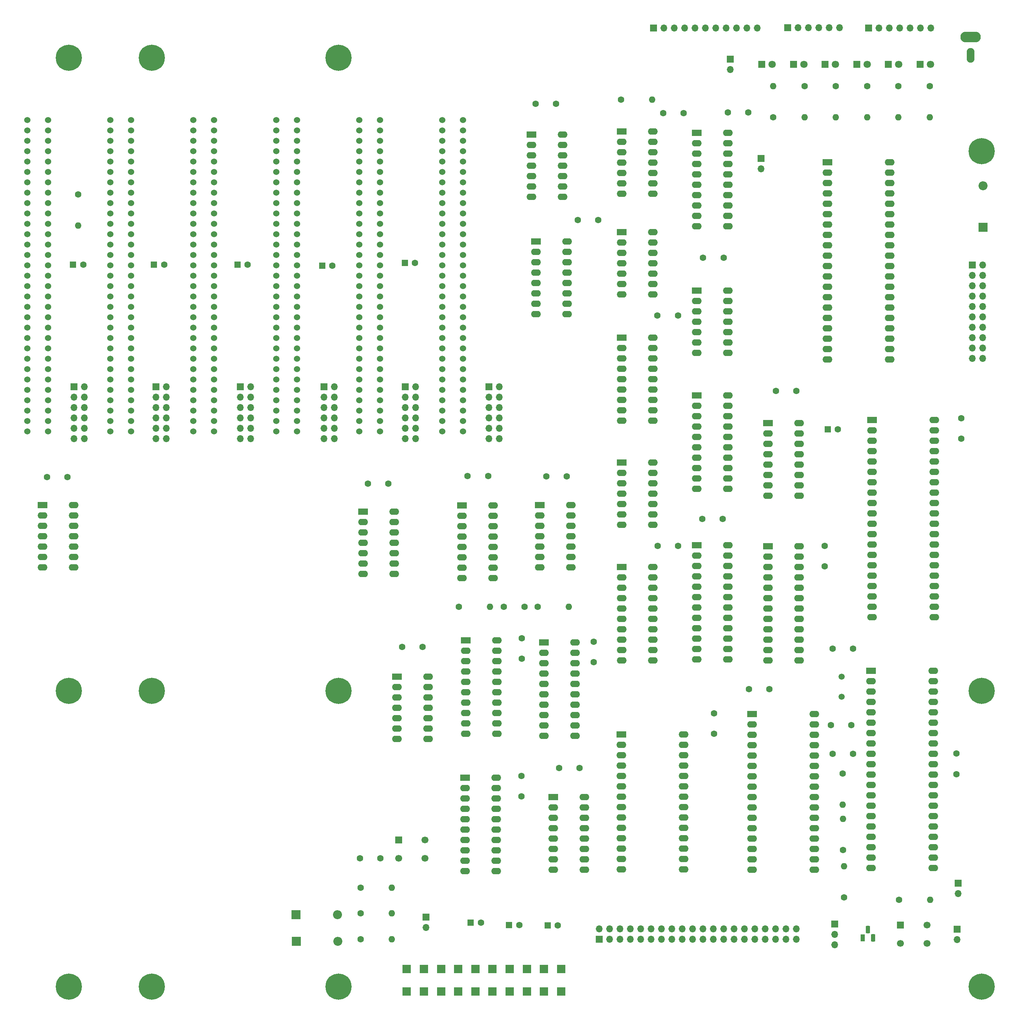
<source format=gbr>
%TF.GenerationSoftware,KiCad,Pcbnew,8.0.6*%
%TF.CreationDate,2025-05-26T10:20:57-05:00*%
%TF.ProjectId,CortexPC,436f7274-6578-4504-932e-6b696361645f,V0.5*%
%TF.SameCoordinates,Original*%
%TF.FileFunction,Soldermask,Top*%
%TF.FilePolarity,Negative*%
%FSLAX46Y46*%
G04 Gerber Fmt 4.6, Leading zero omitted, Abs format (unit mm)*
G04 Created by KiCad (PCBNEW 8.0.6) date 2025-05-26 10:20:57*
%MOMM*%
%LPD*%
G01*
G04 APERTURE LIST*
G04 Aperture macros list*
%AMRoundRect*
0 Rectangle with rounded corners*
0 $1 Rounding radius*
0 $2 $3 $4 $5 $6 $7 $8 $9 X,Y pos of 4 corners*
0 Add a 4 corners polygon primitive as box body*
4,1,4,$2,$3,$4,$5,$6,$7,$8,$9,$2,$3,0*
0 Add four circle primitives for the rounded corners*
1,1,$1+$1,$2,$3*
1,1,$1+$1,$4,$5*
1,1,$1+$1,$6,$7*
1,1,$1+$1,$8,$9*
0 Add four rect primitives between the rounded corners*
20,1,$1+$1,$2,$3,$4,$5,0*
20,1,$1+$1,$4,$5,$6,$7,0*
20,1,$1+$1,$6,$7,$8,$9,0*
20,1,$1+$1,$8,$9,$2,$3,0*%
G04 Aperture macros list end*
%ADD10C,3.600000*%
%ADD11C,6.400000*%
%ADD12C,1.600000*%
%ADD13O,1.600000X1.600000*%
%ADD14R,2.125980X2.125980*%
%ADD15R,2.400000X1.600000*%
%ADD16O,2.400000X1.600000*%
%ADD17R,1.600000X1.600000*%
%ADD18R,1.700000X1.700000*%
%ADD19O,1.700000X1.700000*%
%ADD20C,1.700000*%
%ADD21R,1.800000X1.800000*%
%ADD22C,1.800000*%
%ADD23C,1.524000*%
%ADD24O,5.004000X2.604000*%
%ADD25O,1.904000X3.604000*%
%ADD26R,2.200000X2.200000*%
%ADD27O,2.200000X2.200000*%
%ADD28R,1.100000X1.800000*%
%ADD29RoundRect,0.275000X-0.275000X-0.625000X0.275000X-0.625000X0.275000X0.625000X-0.275000X0.625000X0*%
%ADD30C,1.500000*%
G04 APERTURE END LIST*
D10*
%TO.C,P18*%
X112718400Y-30152000D03*
D11*
X112718400Y-30152000D03*
%TD*%
D12*
%TO.C,R1*%
X242173800Y-37118000D03*
D13*
X242173800Y-44738000D03*
%TD*%
D14*
%TO.C,P5*%
X129443500Y-253197380D03*
X129443500Y-258699020D03*
X133644660Y-253197380D03*
X133644660Y-258699020D03*
X137843280Y-253197380D03*
X137843280Y-258699020D03*
X142044440Y-253197380D03*
X142044440Y-258699020D03*
X146243060Y-253197380D03*
X146243060Y-258699020D03*
X150444220Y-253197380D03*
X150444220Y-258699020D03*
X154642840Y-253197380D03*
X154642840Y-258699020D03*
X158844000Y-253197380D03*
X158844000Y-258699020D03*
X163042620Y-253197380D03*
X163042620Y-258699020D03*
X167243780Y-253197380D03*
X167243780Y-258699020D03*
%TD*%
D12*
%TO.C,C11*%
X202010000Y-79146400D03*
X207010000Y-79146400D03*
%TD*%
D15*
%TO.C,U7*%
X142976600Y-139750800D03*
D16*
X142976600Y-142290800D03*
X142976600Y-144830800D03*
X142976600Y-147370800D03*
X142976600Y-149910800D03*
X142976600Y-152450800D03*
X142976600Y-154990800D03*
X142976600Y-157530800D03*
X150596600Y-157530800D03*
X150596600Y-154990800D03*
X150596600Y-152450800D03*
X150596600Y-149910800D03*
X150596600Y-147370800D03*
X150596600Y-144830800D03*
X150596600Y-142290800D03*
X150596600Y-139750800D03*
%TD*%
D12*
%TO.C,R7*%
X234508000Y-37118000D03*
D13*
X234508000Y-44738000D03*
%TD*%
D15*
%TO.C,U12*%
X182067200Y-72872600D03*
D16*
X182067200Y-75412600D03*
X182067200Y-77952600D03*
X182067200Y-80492600D03*
X182067200Y-83032600D03*
X182067200Y-85572600D03*
X182067200Y-88112600D03*
X189687200Y-88112600D03*
X189687200Y-85572600D03*
X189687200Y-83032600D03*
X189687200Y-80492600D03*
X189687200Y-77952600D03*
X189687200Y-75412600D03*
X189687200Y-72872600D03*
%TD*%
D17*
%TO.C,C26*%
X232526200Y-121132600D03*
D12*
X235026200Y-121132600D03*
%TD*%
D18*
%TO.C,J17*%
X149580600Y-110693200D03*
D19*
X152120600Y-110693200D03*
X149580600Y-113233200D03*
X152120600Y-113233200D03*
X149580600Y-115773200D03*
X152120600Y-115773200D03*
X149580600Y-118313200D03*
X152120600Y-118313200D03*
X149580600Y-120853200D03*
X152120600Y-120853200D03*
X149580600Y-123393200D03*
X152120600Y-123393200D03*
%TD*%
D12*
%TO.C,C2*%
X208080600Y-43561000D03*
X213080600Y-43561000D03*
%TD*%
%TO.C,C6*%
X190884800Y-149682200D03*
X195884800Y-149682200D03*
%TD*%
%TO.C,C5*%
X233734600Y-200507600D03*
X238734600Y-200507600D03*
%TD*%
D10*
%TO.C,P16*%
X112718400Y-185092000D03*
D11*
X112718400Y-185092000D03*
%TD*%
D12*
%TO.C,R16*%
X118160800Y-239547400D03*
D13*
X125780800Y-239547400D03*
%TD*%
D12*
%TO.C,R6*%
X249839500Y-37118000D03*
D13*
X249839500Y-44738000D03*
%TD*%
D18*
%TO.C,J11*%
X68040000Y-110693200D03*
D19*
X70580000Y-110693200D03*
X68040000Y-113233200D03*
X70580000Y-113233200D03*
X68040000Y-115773200D03*
X70580000Y-115773200D03*
X68040000Y-118313200D03*
X70580000Y-118313200D03*
X68040000Y-120853200D03*
X70580000Y-120853200D03*
X68040000Y-123393200D03*
X70580000Y-123393200D03*
%TD*%
D12*
%TO.C,C27*%
X163605200Y-132664200D03*
X168605200Y-132664200D03*
%TD*%
D15*
%TO.C,U1*%
X118719600Y-141274800D03*
D16*
X118719600Y-143814800D03*
X118719600Y-146354800D03*
X118719600Y-148894800D03*
X118719600Y-151434800D03*
X118719600Y-153974800D03*
X118719600Y-156514800D03*
X126339600Y-156514800D03*
X126339600Y-153974800D03*
X126339600Y-151434800D03*
X126339600Y-148894800D03*
X126339600Y-146354800D03*
X126339600Y-143814800D03*
X126339600Y-141274800D03*
%TD*%
D15*
%TO.C,U23*%
X243382800Y-118821200D03*
D16*
X243382800Y-121361200D03*
X243382800Y-123901200D03*
X243382800Y-126441200D03*
X243382800Y-128981200D03*
X243382800Y-131521200D03*
X243382800Y-134061200D03*
X243382800Y-136601200D03*
X243382800Y-139141200D03*
X243382800Y-141681200D03*
X243382800Y-144221200D03*
X243382800Y-146761200D03*
X243382800Y-149301200D03*
X243382800Y-151841200D03*
X243382800Y-154381200D03*
X243382800Y-156921200D03*
X243382800Y-159461200D03*
X243382800Y-162001200D03*
X243382800Y-164541200D03*
X243382800Y-167081200D03*
X258622800Y-167081200D03*
X258622800Y-164541200D03*
X258622800Y-162001200D03*
X258622800Y-159461200D03*
X258622800Y-156921200D03*
X258622800Y-154381200D03*
X258622800Y-151841200D03*
X258622800Y-149301200D03*
X258622800Y-146761200D03*
X258622800Y-144221200D03*
X258622800Y-141681200D03*
X258622800Y-139141200D03*
X258622800Y-136601200D03*
X258622800Y-134061200D03*
X258622800Y-131521200D03*
X258622800Y-128981200D03*
X258622800Y-126441200D03*
X258622800Y-123901200D03*
X258622800Y-121361200D03*
X258622800Y-118821200D03*
%TD*%
D15*
%TO.C,U22*%
X161036000Y-75107800D03*
D16*
X161036000Y-77647800D03*
X161036000Y-80187800D03*
X161036000Y-82727800D03*
X161036000Y-85267800D03*
X161036000Y-87807800D03*
X161036000Y-90347800D03*
X161036000Y-92887800D03*
X168656000Y-92887800D03*
X168656000Y-90347800D03*
X168656000Y-87807800D03*
X168656000Y-85267800D03*
X168656000Y-82727800D03*
X168656000Y-80187800D03*
X168656000Y-77647800D03*
X168656000Y-75107800D03*
%TD*%
D10*
%TO.C,P13*%
X46678400Y-257482000D03*
D11*
X46678400Y-257482000D03*
%TD*%
D12*
%TO.C,R5*%
X48996600Y-63652400D03*
D13*
X48996600Y-71272400D03*
%TD*%
D12*
%TO.C,C17*%
X166754800Y-204012800D03*
X171754800Y-204012800D03*
%TD*%
D18*
%TO.C,J7*%
X242544600Y-22860000D03*
D19*
X245084600Y-22860000D03*
X247624600Y-22860000D03*
X250164600Y-22860000D03*
X252704600Y-22860000D03*
X255244600Y-22860000D03*
X257784600Y-22860000D03*
%TD*%
D18*
%TO.C,P6*%
X134188200Y-240461800D03*
D19*
X134188200Y-243001800D03*
%TD*%
D12*
%TO.C,C33*%
X117978200Y-226134800D03*
X122978200Y-226134800D03*
%TD*%
D15*
%TO.C,U30*%
X217849800Y-149713200D03*
D16*
X217849800Y-152253200D03*
X217849800Y-154793200D03*
X217849800Y-157333200D03*
X217849800Y-159873200D03*
X217849800Y-162413200D03*
X217849800Y-164953200D03*
X217849800Y-167493200D03*
X217849800Y-170033200D03*
X217849800Y-172573200D03*
X217849800Y-175113200D03*
X217849800Y-177653200D03*
X225469800Y-177653200D03*
X225469800Y-175113200D03*
X225469800Y-172573200D03*
X225469800Y-170033200D03*
X225469800Y-167493200D03*
X225469800Y-164953200D03*
X225469800Y-162413200D03*
X225469800Y-159873200D03*
X225469800Y-157333200D03*
X225469800Y-154793200D03*
X225469800Y-152253200D03*
X225469800Y-149713200D03*
%TD*%
D18*
%TO.C,SW1*%
X250344800Y-242413400D03*
D20*
X256844800Y-242413400D03*
X250344800Y-246913400D03*
X256844800Y-246913400D03*
%TD*%
D12*
%TO.C,C25*%
X157581600Y-172237400D03*
X157581600Y-177237400D03*
%TD*%
%TO.C,C23*%
X175183800Y-173079400D03*
X175183800Y-178079400D03*
%TD*%
D15*
%TO.C,U15*%
X165277800Y-211099400D03*
D16*
X165277800Y-213639400D03*
X165277800Y-216179400D03*
X165277800Y-218719400D03*
X165277800Y-221259400D03*
X165277800Y-223799400D03*
X165277800Y-226339400D03*
X165277800Y-228879400D03*
X172897800Y-228879400D03*
X172897800Y-226339400D03*
X172897800Y-223799400D03*
X172897800Y-221259400D03*
X172897800Y-218719400D03*
X172897800Y-216179400D03*
X172897800Y-213639400D03*
X172897800Y-211099400D03*
%TD*%
D12*
%TO.C,C3*%
X192205600Y-43738800D03*
X197205600Y-43738800D03*
%TD*%
D10*
%TO.C,P2*%
X66998400Y-30152000D03*
D11*
X66998400Y-30152000D03*
%TD*%
D21*
%TO.C,D8*%
X247370600Y-31826200D03*
D22*
X249910600Y-31826200D03*
%TD*%
D12*
%TO.C,R8*%
X236270800Y-224053400D03*
D13*
X236270800Y-216433400D03*
%TD*%
D15*
%TO.C,U5*%
X182067200Y-48234600D03*
D16*
X182067200Y-50774600D03*
X182067200Y-53314600D03*
X182067200Y-55854600D03*
X182067200Y-58394600D03*
X182067200Y-60934600D03*
X182067200Y-63474600D03*
X189687200Y-63474600D03*
X189687200Y-60934600D03*
X189687200Y-58394600D03*
X189687200Y-55854600D03*
X189687200Y-53314600D03*
X189687200Y-50774600D03*
X189687200Y-48234600D03*
%TD*%
D12*
%TO.C,R17*%
X118160800Y-245948200D03*
D13*
X125780800Y-245948200D03*
%TD*%
D18*
%TO.C,J15*%
X109194600Y-110693200D03*
D19*
X111734600Y-110693200D03*
X109194600Y-113233200D03*
X111734600Y-113233200D03*
X109194600Y-115773200D03*
X111734600Y-115773200D03*
X109194600Y-118313200D03*
X111734600Y-118313200D03*
X109194600Y-120853200D03*
X111734600Y-120853200D03*
X109194600Y-123393200D03*
X111734600Y-123393200D03*
%TD*%
D15*
%TO.C,U13*%
X200431400Y-87198200D03*
D16*
X200431400Y-89738200D03*
X200431400Y-92278200D03*
X200431400Y-94818200D03*
X200431400Y-97358200D03*
X200431400Y-99898200D03*
X200431400Y-102438200D03*
X208051400Y-102438200D03*
X208051400Y-99898200D03*
X208051400Y-97358200D03*
X208051400Y-94818200D03*
X208051400Y-92278200D03*
X208051400Y-89738200D03*
X208051400Y-87198200D03*
%TD*%
D21*
%TO.C,D1*%
X239623600Y-31826200D03*
D22*
X242163600Y-31826200D03*
%TD*%
D15*
%TO.C,P1*%
X40284400Y-139623800D03*
D16*
X40284400Y-142163800D03*
X40284400Y-144703800D03*
X40284400Y-147243800D03*
X40284400Y-149783800D03*
X40284400Y-152323800D03*
X40284400Y-154863800D03*
X47904400Y-154863800D03*
X47904400Y-152323800D03*
X47904400Y-149783800D03*
X47904400Y-147243800D03*
X47904400Y-144703800D03*
X47904400Y-142163800D03*
X47904400Y-139623800D03*
%TD*%
D12*
%TO.C,C15*%
X264033000Y-205482200D03*
X264033000Y-200482200D03*
%TD*%
%TO.C,R12*%
X226842300Y-37118000D03*
D13*
X226842300Y-44738000D03*
%TD*%
D15*
%TO.C,U25*%
X143891000Y-172770800D03*
D16*
X143891000Y-175310800D03*
X143891000Y-177850800D03*
X143891000Y-180390800D03*
X143891000Y-182930800D03*
X143891000Y-185470800D03*
X143891000Y-188010800D03*
X143891000Y-190550800D03*
X143891000Y-193090800D03*
X143891000Y-195630800D03*
X151511000Y-195630800D03*
X151511000Y-193090800D03*
X151511000Y-190550800D03*
X151511000Y-188010800D03*
X151511000Y-185470800D03*
X151511000Y-182930800D03*
X151511000Y-180390800D03*
X151511000Y-177850800D03*
X151511000Y-175310800D03*
X151511000Y-172770800D03*
%TD*%
D17*
%TO.C,C28*%
X163950200Y-242512200D03*
D12*
X166450200Y-242512200D03*
%TD*%
D15*
%TO.C,U11*%
X200431400Y-149479000D03*
D16*
X200431400Y-152019000D03*
X200431400Y-154559000D03*
X200431400Y-157099000D03*
X200431400Y-159639000D03*
X200431400Y-162179000D03*
X200431400Y-164719000D03*
X200431400Y-167259000D03*
X200431400Y-169799000D03*
X200431400Y-172339000D03*
X200431400Y-174879000D03*
X200431400Y-177419000D03*
X208051400Y-177419000D03*
X208051400Y-174879000D03*
X208051400Y-172339000D03*
X208051400Y-169799000D03*
X208051400Y-167259000D03*
X208051400Y-164719000D03*
X208051400Y-162179000D03*
X208051400Y-159639000D03*
X208051400Y-157099000D03*
X208051400Y-154559000D03*
X208051400Y-152019000D03*
X208051400Y-149479000D03*
%TD*%
D21*
%TO.C,D6*%
X224129600Y-31826200D03*
D22*
X226669600Y-31826200D03*
%TD*%
D12*
%TO.C,R13*%
X249995400Y-236294800D03*
D13*
X257615400Y-236294800D03*
%TD*%
D18*
%TO.C,J4*%
X216154000Y-54787800D03*
D19*
X216154000Y-57327800D03*
%TD*%
D23*
%TO.C,J18*%
X138143800Y-45446000D03*
X138143800Y-47986000D03*
X138143800Y-50526000D03*
X138143800Y-53066000D03*
X138143800Y-55606000D03*
X138143800Y-58146000D03*
X138143800Y-60686000D03*
X138143800Y-63226000D03*
X138143800Y-65766000D03*
X138143800Y-68306000D03*
X138143800Y-70846000D03*
X138143800Y-73386000D03*
X138143800Y-75926000D03*
X138143800Y-78466000D03*
X138143800Y-81006000D03*
X138143800Y-83546000D03*
X138143800Y-86086000D03*
X138143800Y-88626000D03*
X138143800Y-91166000D03*
X138143800Y-93706000D03*
X138143800Y-96246000D03*
X138143800Y-98786000D03*
X138143800Y-101326000D03*
X138143800Y-103866000D03*
X138143800Y-106406000D03*
X138143800Y-108946000D03*
X138143800Y-111486000D03*
X138143800Y-114026000D03*
X138143800Y-116566000D03*
X138143800Y-119106000D03*
X138143800Y-121646000D03*
X143223800Y-45446000D03*
X143223800Y-47986000D03*
X143223800Y-50526000D03*
X143223800Y-53066000D03*
X143223800Y-55606000D03*
X143223800Y-58146000D03*
X143223800Y-60686000D03*
X143223800Y-63226000D03*
X143223800Y-65766000D03*
X143223800Y-68306000D03*
X143223800Y-70846000D03*
X143223800Y-73386000D03*
X143223800Y-75926000D03*
X143223800Y-78466000D03*
X143223800Y-81006000D03*
X143223800Y-83546000D03*
X143223800Y-86086000D03*
X143223800Y-88626000D03*
X143223800Y-91166000D03*
X143223800Y-93706000D03*
X143223800Y-96246000D03*
X143223800Y-98786000D03*
X143223800Y-101326000D03*
X143223800Y-103866000D03*
X143223800Y-106406000D03*
X143223800Y-108946000D03*
X143223800Y-111486000D03*
X143223800Y-114026000D03*
X143223800Y-116566000D03*
X143223800Y-119106000D03*
X143223800Y-121646000D03*
%TD*%
D12*
%TO.C,R4*%
X236194600Y-205384400D03*
D13*
X236194600Y-213004400D03*
%TD*%
D10*
%TO.C,P14*%
X46678400Y-185092000D03*
D11*
X46678400Y-185092000D03*
%TD*%
D17*
%TO.C,C31*%
X128945000Y-80416400D03*
D12*
X131445000Y-80416400D03*
%TD*%
D17*
%TO.C,C34*%
X145078000Y-241826400D03*
D12*
X147578000Y-241826400D03*
%TD*%
D24*
%TO.C,J9*%
X267512800Y-25116400D03*
D25*
X267512800Y-29616400D03*
%TD*%
D12*
%TO.C,R9*%
X161467800Y-164515800D03*
D13*
X169087800Y-164515800D03*
%TD*%
D15*
%TO.C,U17*%
X182067200Y-154787600D03*
D16*
X182067200Y-157327600D03*
X182067200Y-159867600D03*
X182067200Y-162407600D03*
X182067200Y-164947600D03*
X182067200Y-167487600D03*
X182067200Y-170027600D03*
X182067200Y-172567600D03*
X182067200Y-175107600D03*
X182067200Y-177647600D03*
X189687200Y-177647600D03*
X189687200Y-175107600D03*
X189687200Y-172567600D03*
X189687200Y-170027600D03*
X189687200Y-167487600D03*
X189687200Y-164947600D03*
X189687200Y-162407600D03*
X189687200Y-159867600D03*
X189687200Y-157327600D03*
X189687200Y-154787600D03*
%TD*%
D17*
%TO.C,C30*%
X154472000Y-242468400D03*
D12*
X156972000Y-242468400D03*
%TD*%
D10*
%TO.C,P15*%
X66998400Y-185092000D03*
D11*
X66998400Y-185092000D03*
%TD*%
D18*
%TO.C,JP5*%
X234213400Y-242189000D03*
D19*
X234213400Y-244729000D03*
X234213400Y-247269000D03*
%TD*%
D10*
%TO.C,P12*%
X66998400Y-257482000D03*
D11*
X66998400Y-257482000D03*
%TD*%
D10*
%TO.C,P9*%
X270198400Y-185092000D03*
D11*
X270198400Y-185092000D03*
%TD*%
D18*
%TO.C,J1*%
X267919200Y-80873600D03*
D19*
X270459200Y-80873600D03*
X267919200Y-83413600D03*
X270459200Y-83413600D03*
X267919200Y-85953600D03*
X270459200Y-85953600D03*
X267919200Y-88493600D03*
X270459200Y-88493600D03*
X267919200Y-91033600D03*
X270459200Y-91033600D03*
X267919200Y-93573600D03*
X270459200Y-93573600D03*
X267919200Y-96113600D03*
X270459200Y-96113600D03*
X267919200Y-98653600D03*
X270459200Y-98653600D03*
X267919200Y-101193600D03*
X270459200Y-101193600D03*
X267919200Y-103733600D03*
X270459200Y-103733600D03*
%TD*%
D12*
%TO.C,C4*%
X190834000Y-93268800D03*
X195834000Y-93268800D03*
%TD*%
D17*
%TO.C,C22*%
X88004200Y-80841200D03*
D12*
X90504200Y-80841200D03*
%TD*%
D15*
%TO.C,U9*%
X213995000Y-190804800D03*
D16*
X213995000Y-193344800D03*
X213995000Y-195884800D03*
X213995000Y-198424800D03*
X213995000Y-200964800D03*
X213995000Y-203504800D03*
X213995000Y-206044800D03*
X213995000Y-208584800D03*
X213995000Y-211124800D03*
X213995000Y-213664800D03*
X213995000Y-216204800D03*
X213995000Y-218744800D03*
X213995000Y-221284800D03*
X213995000Y-223824800D03*
X213995000Y-226364800D03*
X213995000Y-228904800D03*
X229235000Y-228904800D03*
X229235000Y-226364800D03*
X229235000Y-223824800D03*
X229235000Y-221284800D03*
X229235000Y-218744800D03*
X229235000Y-216204800D03*
X229235000Y-213664800D03*
X229235000Y-211124800D03*
X229235000Y-208584800D03*
X229235000Y-206044800D03*
X229235000Y-203504800D03*
X229235000Y-200964800D03*
X229235000Y-198424800D03*
X229235000Y-195884800D03*
X229235000Y-193344800D03*
X229235000Y-190804800D03*
%TD*%
D18*
%TO.C,J6*%
X208661000Y-30556200D03*
D19*
X208661000Y-33096200D03*
%TD*%
D12*
%TO.C,C1*%
X119891800Y-134391400D03*
X124891800Y-134391400D03*
%TD*%
D15*
%TO.C,U4*%
X162026600Y-139674600D03*
D16*
X162026600Y-142214600D03*
X162026600Y-144754600D03*
X162026600Y-147294600D03*
X162026600Y-149834600D03*
X162026600Y-152374600D03*
X162026600Y-154914600D03*
X169646600Y-154914600D03*
X169646600Y-152374600D03*
X169646600Y-149834600D03*
X169646600Y-147294600D03*
X169646600Y-144754600D03*
X169646600Y-142214600D03*
X169646600Y-139674600D03*
%TD*%
D12*
%TO.C,C19*%
X204698600Y-195652400D03*
X204698600Y-190652400D03*
%TD*%
D18*
%TO.C,J5*%
X222681800Y-22834600D03*
D19*
X225221800Y-22834600D03*
X227761800Y-22834600D03*
X230301800Y-22834600D03*
X232841800Y-22834600D03*
X235381800Y-22834600D03*
%TD*%
D15*
%TO.C,U29*%
X162991800Y-173278800D03*
D16*
X162991800Y-175818800D03*
X162991800Y-178358800D03*
X162991800Y-180898800D03*
X162991800Y-183438800D03*
X162991800Y-185978800D03*
X162991800Y-188518800D03*
X162991800Y-191058800D03*
X162991800Y-193598800D03*
X162991800Y-196138800D03*
X170611800Y-196138800D03*
X170611800Y-193598800D03*
X170611800Y-191058800D03*
X170611800Y-188518800D03*
X170611800Y-185978800D03*
X170611800Y-183438800D03*
X170611800Y-180898800D03*
X170611800Y-178358800D03*
X170611800Y-175818800D03*
X170611800Y-173278800D03*
%TD*%
D10*
%TO.C,P10*%
X270198400Y-257482000D03*
D11*
X270198400Y-257482000D03*
%TD*%
D12*
%TO.C,R2*%
X181864000Y-40411400D03*
D13*
X189484000Y-40411400D03*
%TD*%
D12*
%TO.C,C14*%
X265226800Y-118393200D03*
X265226800Y-123393200D03*
%TD*%
D18*
%TO.C,SW2*%
X127434200Y-221636200D03*
D20*
X133934200Y-221636200D03*
X127434200Y-226136200D03*
X133934200Y-226136200D03*
%TD*%
D26*
%TO.C,D10*%
X102412800Y-246405400D03*
D27*
X112572800Y-246405400D03*
%TD*%
D12*
%TO.C,R3*%
X219176600Y-44738000D03*
D13*
X219176600Y-37118000D03*
%TD*%
D15*
%TO.C,U3*%
X243078000Y-180187600D03*
D16*
X243078000Y-182727600D03*
X243078000Y-185267600D03*
X243078000Y-187807600D03*
X243078000Y-190347600D03*
X243078000Y-192887600D03*
X243078000Y-195427600D03*
X243078000Y-197967600D03*
X243078000Y-200507600D03*
X243078000Y-203047600D03*
X243078000Y-205587600D03*
X243078000Y-208127600D03*
X243078000Y-210667600D03*
X243078000Y-213207600D03*
X243078000Y-215747600D03*
X243078000Y-218287600D03*
X243078000Y-220827600D03*
X243078000Y-223367600D03*
X243078000Y-225907600D03*
X243078000Y-228447600D03*
X258318000Y-228447600D03*
X258318000Y-225907600D03*
X258318000Y-223367600D03*
X258318000Y-220827600D03*
X258318000Y-218287600D03*
X258318000Y-215747600D03*
X258318000Y-213207600D03*
X258318000Y-210667600D03*
X258318000Y-208127600D03*
X258318000Y-205587600D03*
X258318000Y-203047600D03*
X258318000Y-200507600D03*
X258318000Y-197967600D03*
X258318000Y-195427600D03*
X258318000Y-192887600D03*
X258318000Y-190347600D03*
X258318000Y-187807600D03*
X258318000Y-185267600D03*
X258318000Y-182727600D03*
X258318000Y-180187600D03*
%TD*%
D12*
%TO.C,C21*%
X157556200Y-205921600D03*
X157556200Y-210921600D03*
%TD*%
D23*
%TO.C,J14*%
X77183800Y-45446000D03*
X77183800Y-47986000D03*
X77183800Y-50526000D03*
X77183800Y-53066000D03*
X77183800Y-55606000D03*
X77183800Y-58146000D03*
X77183800Y-60686000D03*
X77183800Y-63226000D03*
X77183800Y-65766000D03*
X77183800Y-68306000D03*
X77183800Y-70846000D03*
X77183800Y-73386000D03*
X77183800Y-75926000D03*
X77183800Y-78466000D03*
X77183800Y-81006000D03*
X77183800Y-83546000D03*
X77183800Y-86086000D03*
X77183800Y-88626000D03*
X77183800Y-91166000D03*
X77183800Y-93706000D03*
X77183800Y-96246000D03*
X77183800Y-98786000D03*
X77183800Y-101326000D03*
X77183800Y-103866000D03*
X77183800Y-106406000D03*
X77183800Y-108946000D03*
X77183800Y-111486000D03*
X77183800Y-114026000D03*
X77183800Y-116566000D03*
X77183800Y-119106000D03*
X77183800Y-121646000D03*
X82263800Y-45446000D03*
X82263800Y-47986000D03*
X82263800Y-50526000D03*
X82263800Y-53066000D03*
X82263800Y-55606000D03*
X82263800Y-58146000D03*
X82263800Y-60686000D03*
X82263800Y-63226000D03*
X82263800Y-65766000D03*
X82263800Y-68306000D03*
X82263800Y-70846000D03*
X82263800Y-73386000D03*
X82263800Y-75926000D03*
X82263800Y-78466000D03*
X82263800Y-81006000D03*
X82263800Y-83546000D03*
X82263800Y-86086000D03*
X82263800Y-88626000D03*
X82263800Y-91166000D03*
X82263800Y-93706000D03*
X82263800Y-96246000D03*
X82263800Y-98786000D03*
X82263800Y-101326000D03*
X82263800Y-103866000D03*
X82263800Y-106406000D03*
X82263800Y-108946000D03*
X82263800Y-111486000D03*
X82263800Y-114026000D03*
X82263800Y-116566000D03*
X82263800Y-119106000D03*
X82263800Y-121646000D03*
%TD*%
D28*
%TO.C,U8*%
X241096800Y-245586200D03*
D29*
X242366800Y-243516200D03*
X243636800Y-245586200D03*
%TD*%
D12*
%TO.C,R14*%
X236548800Y-235678000D03*
D13*
X236548800Y-228058000D03*
%TD*%
D21*
%TO.C,D3*%
X231876600Y-31826200D03*
D22*
X234416600Y-31826200D03*
%TD*%
D17*
%TO.C,C20*%
X67527800Y-80848200D03*
D12*
X70027800Y-80848200D03*
%TD*%
D18*
%TO.C,J8*%
X129108200Y-110693200D03*
D19*
X131648200Y-110693200D03*
X129108200Y-113233200D03*
X131648200Y-113233200D03*
X129108200Y-115773200D03*
X131648200Y-115773200D03*
X129108200Y-118313200D03*
X131648200Y-118313200D03*
X129108200Y-120853200D03*
X131648200Y-120853200D03*
X129108200Y-123393200D03*
X131648200Y-123393200D03*
%TD*%
D12*
%TO.C,C32*%
X41355000Y-132816600D03*
X46355000Y-132816600D03*
%TD*%
D15*
%TO.C,U6*%
X217849800Y-119563400D03*
D16*
X217849800Y-122103400D03*
X217849800Y-124643400D03*
X217849800Y-127183400D03*
X217849800Y-129723400D03*
X217849800Y-132263400D03*
X217849800Y-134803400D03*
X217849800Y-137343400D03*
X225469800Y-137343400D03*
X225469800Y-134803400D03*
X225469800Y-132263400D03*
X225469800Y-129723400D03*
X225469800Y-127183400D03*
X225469800Y-124643400D03*
X225469800Y-122103400D03*
X225469800Y-119563400D03*
%TD*%
D10*
%TO.C,P17*%
X270198400Y-53012000D03*
D11*
X270198400Y-53012000D03*
%TD*%
D12*
%TO.C,C9*%
X231800400Y-149660600D03*
X231800400Y-154660600D03*
%TD*%
D18*
%TO.C,JP4*%
X264490200Y-232151000D03*
D19*
X264490200Y-234691000D03*
%TD*%
D26*
%TO.C,D11*%
X102285800Y-239877600D03*
D27*
X112445800Y-239877600D03*
%TD*%
D15*
%TO.C,U18*%
X181991000Y-195757800D03*
D16*
X181991000Y-198297800D03*
X181991000Y-200837800D03*
X181991000Y-203377800D03*
X181991000Y-205917800D03*
X181991000Y-208457800D03*
X181991000Y-210997800D03*
X181991000Y-213537800D03*
X181991000Y-216077800D03*
X181991000Y-218617800D03*
X181991000Y-221157800D03*
X181991000Y-223697800D03*
X181991000Y-226237800D03*
X181991000Y-228777800D03*
X197231000Y-228777800D03*
X197231000Y-226237800D03*
X197231000Y-223697800D03*
X197231000Y-221157800D03*
X197231000Y-218617800D03*
X197231000Y-216077800D03*
X197231000Y-213537800D03*
X197231000Y-210997800D03*
X197231000Y-208457800D03*
X197231000Y-205917800D03*
X197231000Y-203377800D03*
X197231000Y-200837800D03*
X197231000Y-198297800D03*
X197231000Y-195757800D03*
%TD*%
D15*
%TO.C,U28*%
X200431400Y-112852200D03*
D16*
X200431400Y-115392200D03*
X200431400Y-117932200D03*
X200431400Y-120472200D03*
X200431400Y-123012200D03*
X200431400Y-125552200D03*
X200431400Y-128092200D03*
X200431400Y-130632200D03*
X200431400Y-133172200D03*
X200431400Y-135712200D03*
X208051400Y-135712200D03*
X208051400Y-133172200D03*
X208051400Y-130632200D03*
X208051400Y-128092200D03*
X208051400Y-125552200D03*
X208051400Y-123012200D03*
X208051400Y-120472200D03*
X208051400Y-117932200D03*
X208051400Y-115392200D03*
X208051400Y-112852200D03*
%TD*%
D18*
%TO.C,JP1*%
X264160000Y-243428600D03*
D19*
X264160000Y-245968600D03*
%TD*%
D15*
%TO.C,U26*%
X127025400Y-181610000D03*
D16*
X127025400Y-184150000D03*
X127025400Y-186690000D03*
X127025400Y-189230000D03*
X127025400Y-191770000D03*
X127025400Y-194310000D03*
X127025400Y-196850000D03*
X134645400Y-196850000D03*
X134645400Y-194310000D03*
X134645400Y-191770000D03*
X134645400Y-189230000D03*
X134645400Y-186690000D03*
X134645400Y-184150000D03*
X134645400Y-181610000D03*
%TD*%
D12*
%TO.C,C7*%
X224862400Y-111709200D03*
X219862400Y-111709200D03*
%TD*%
%TO.C,C40*%
X233709200Y-174802800D03*
X238709200Y-174802800D03*
%TD*%
D10*
%TO.C,P7*%
X46678400Y-30152000D03*
D11*
X46678400Y-30152000D03*
%TD*%
D23*
%TO.C,J3*%
X36543800Y-45446000D03*
X36543800Y-47986000D03*
X36543800Y-50526000D03*
X36543800Y-53066000D03*
X36543800Y-55606000D03*
X36543800Y-58146000D03*
X36543800Y-60686000D03*
X36543800Y-63226000D03*
X36543800Y-65766000D03*
X36543800Y-68306000D03*
X36543800Y-70846000D03*
X36543800Y-73386000D03*
X36543800Y-75926000D03*
X36543800Y-78466000D03*
X36543800Y-81006000D03*
X36543800Y-83546000D03*
X36543800Y-86086000D03*
X36543800Y-88626000D03*
X36543800Y-91166000D03*
X36543800Y-93706000D03*
X36543800Y-96246000D03*
X36543800Y-98786000D03*
X36543800Y-101326000D03*
X36543800Y-103866000D03*
X36543800Y-106406000D03*
X36543800Y-108946000D03*
X36543800Y-111486000D03*
X36543800Y-114026000D03*
X36543800Y-116566000D03*
X36543800Y-119106000D03*
X36543800Y-121646000D03*
X41623800Y-45446000D03*
X41623800Y-47986000D03*
X41623800Y-50526000D03*
X41623800Y-53066000D03*
X41623800Y-55606000D03*
X41623800Y-58146000D03*
X41623800Y-60686000D03*
X41623800Y-63226000D03*
X41623800Y-65766000D03*
X41623800Y-68306000D03*
X41623800Y-70846000D03*
X41623800Y-73386000D03*
X41623800Y-75926000D03*
X41623800Y-78466000D03*
X41623800Y-81006000D03*
X41623800Y-83546000D03*
X41623800Y-86086000D03*
X41623800Y-88626000D03*
X41623800Y-91166000D03*
X41623800Y-93706000D03*
X41623800Y-96246000D03*
X41623800Y-98786000D03*
X41623800Y-101326000D03*
X41623800Y-103866000D03*
X41623800Y-106406000D03*
X41623800Y-108946000D03*
X41623800Y-111486000D03*
X41623800Y-114026000D03*
X41623800Y-116566000D03*
X41623800Y-119106000D03*
X41623800Y-121646000D03*
%TD*%
%TO.C,J10*%
X117823800Y-45446000D03*
X117823800Y-47986000D03*
X117823800Y-50526000D03*
X117823800Y-53066000D03*
X117823800Y-55606000D03*
X117823800Y-58146000D03*
X117823800Y-60686000D03*
X117823800Y-63226000D03*
X117823800Y-65766000D03*
X117823800Y-68306000D03*
X117823800Y-70846000D03*
X117823800Y-73386000D03*
X117823800Y-75926000D03*
X117823800Y-78466000D03*
X117823800Y-81006000D03*
X117823800Y-83546000D03*
X117823800Y-86086000D03*
X117823800Y-88626000D03*
X117823800Y-91166000D03*
X117823800Y-93706000D03*
X117823800Y-96246000D03*
X117823800Y-98786000D03*
X117823800Y-101326000D03*
X117823800Y-103866000D03*
X117823800Y-106406000D03*
X117823800Y-108946000D03*
X117823800Y-111486000D03*
X117823800Y-114026000D03*
X117823800Y-116566000D03*
X117823800Y-119106000D03*
X117823800Y-121646000D03*
X122903800Y-45446000D03*
X122903800Y-47986000D03*
X122903800Y-50526000D03*
X122903800Y-53066000D03*
X122903800Y-55606000D03*
X122903800Y-58146000D03*
X122903800Y-60686000D03*
X122903800Y-63226000D03*
X122903800Y-65766000D03*
X122903800Y-68306000D03*
X122903800Y-70846000D03*
X122903800Y-73386000D03*
X122903800Y-75926000D03*
X122903800Y-78466000D03*
X122903800Y-81006000D03*
X122903800Y-83546000D03*
X122903800Y-86086000D03*
X122903800Y-88626000D03*
X122903800Y-91166000D03*
X122903800Y-93706000D03*
X122903800Y-96246000D03*
X122903800Y-98786000D03*
X122903800Y-101326000D03*
X122903800Y-103866000D03*
X122903800Y-106406000D03*
X122903800Y-108946000D03*
X122903800Y-111486000D03*
X122903800Y-114026000D03*
X122903800Y-116566000D03*
X122903800Y-119106000D03*
X122903800Y-121646000D03*
%TD*%
D21*
%TO.C,D9*%
X255117600Y-31826200D03*
D22*
X257657600Y-31826200D03*
%TD*%
D12*
%TO.C,C41*%
X233277400Y-193471800D03*
X238277400Y-193471800D03*
%TD*%
%TO.C,R11*%
X257505200Y-37118000D03*
D13*
X257505200Y-44738000D03*
%TD*%
D12*
%TO.C,C35*%
X153242000Y-164515800D03*
X158242000Y-164515800D03*
%TD*%
%TO.C,C13*%
X161014400Y-41427400D03*
X166014400Y-41427400D03*
%TD*%
%TO.C,R10*%
X142214600Y-164515800D03*
D13*
X149834600Y-164515800D03*
%TD*%
D12*
%TO.C,C29*%
X128299200Y-174371000D03*
X133299200Y-174371000D03*
%TD*%
D18*
%TO.C,J13*%
X88696800Y-110693200D03*
D19*
X91236800Y-110693200D03*
X88696800Y-113233200D03*
X91236800Y-113233200D03*
X88696800Y-115773200D03*
X91236800Y-115773200D03*
X88696800Y-118313200D03*
X91236800Y-118313200D03*
X88696800Y-120853200D03*
X91236800Y-120853200D03*
X88696800Y-123393200D03*
X91236800Y-123393200D03*
%TD*%
D15*
%TO.C,U21*%
X182067200Y-98679000D03*
D16*
X182067200Y-101219000D03*
X182067200Y-103759000D03*
X182067200Y-106299000D03*
X182067200Y-108839000D03*
X182067200Y-111379000D03*
X182067200Y-113919000D03*
X182067200Y-116459000D03*
X182067200Y-118999000D03*
X189687200Y-118999000D03*
X189687200Y-116459000D03*
X189687200Y-113919000D03*
X189687200Y-111379000D03*
X189687200Y-108839000D03*
X189687200Y-106299000D03*
X189687200Y-103759000D03*
X189687200Y-101219000D03*
X189687200Y-98679000D03*
%TD*%
D15*
%TO.C,U31*%
X143687800Y-206349600D03*
D16*
X143687800Y-208889600D03*
X143687800Y-211429600D03*
X143687800Y-213969600D03*
X143687800Y-216509600D03*
X143687800Y-219049600D03*
X143687800Y-221589600D03*
X143687800Y-224129600D03*
X143687800Y-226669600D03*
X143687800Y-229209600D03*
X151307800Y-229209600D03*
X151307800Y-226669600D03*
X151307800Y-224129600D03*
X151307800Y-221589600D03*
X151307800Y-219049600D03*
X151307800Y-216509600D03*
X151307800Y-213969600D03*
X151307800Y-211429600D03*
X151307800Y-208889600D03*
X151307800Y-206349600D03*
%TD*%
D15*
%TO.C,U10*%
X232435400Y-55753000D03*
D16*
X232435400Y-58293000D03*
X232435400Y-60833000D03*
X232435400Y-63373000D03*
X232435400Y-65913000D03*
X232435400Y-68453000D03*
X232435400Y-70993000D03*
X232435400Y-73533000D03*
X232435400Y-76073000D03*
X232435400Y-78613000D03*
X232435400Y-81153000D03*
X232435400Y-83693000D03*
X232435400Y-86233000D03*
X232435400Y-88773000D03*
X232435400Y-91313000D03*
X232435400Y-93853000D03*
X232435400Y-96393000D03*
X232435400Y-98933000D03*
X232435400Y-101473000D03*
X232435400Y-104013000D03*
X247675400Y-104013000D03*
X247675400Y-101473000D03*
X247675400Y-98933000D03*
X247675400Y-96393000D03*
X247675400Y-93853000D03*
X247675400Y-91313000D03*
X247675400Y-88773000D03*
X247675400Y-86233000D03*
X247675400Y-83693000D03*
X247675400Y-81153000D03*
X247675400Y-78613000D03*
X247675400Y-76073000D03*
X247675400Y-73533000D03*
X247675400Y-70993000D03*
X247675400Y-68453000D03*
X247675400Y-65913000D03*
X247675400Y-63373000D03*
X247675400Y-60833000D03*
X247675400Y-58293000D03*
X247675400Y-55753000D03*
%TD*%
D12*
%TO.C,C8*%
X144352000Y-132511800D03*
X149352000Y-132511800D03*
%TD*%
D17*
%TO.C,C18*%
X47745200Y-80841200D03*
D12*
X50245200Y-80841200D03*
%TD*%
D15*
%TO.C,U2*%
X159969200Y-48971200D03*
D16*
X159969200Y-51511200D03*
X159969200Y-54051200D03*
X159969200Y-56591200D03*
X159969200Y-59131200D03*
X159969200Y-61671200D03*
X159969200Y-64211200D03*
X167589200Y-64211200D03*
X167589200Y-61671200D03*
X167589200Y-59131200D03*
X167589200Y-56591200D03*
X167589200Y-54051200D03*
X167589200Y-51511200D03*
X167589200Y-48971200D03*
%TD*%
D18*
%TO.C,J2*%
X47980600Y-110693200D03*
D19*
X50520600Y-110693200D03*
X47980600Y-113233200D03*
X50520600Y-113233200D03*
X47980600Y-115773200D03*
X50520600Y-115773200D03*
X47980600Y-118313200D03*
X50520600Y-118313200D03*
X47980600Y-120853200D03*
X50520600Y-120853200D03*
X47980600Y-123393200D03*
X50520600Y-123393200D03*
%TD*%
D12*
%TO.C,C16*%
X213211400Y-184734200D03*
X218211400Y-184734200D03*
%TD*%
%TO.C,C12*%
X171301400Y-69926200D03*
X176301400Y-69926200D03*
%TD*%
D23*
%TO.C,J16*%
X97503800Y-45446000D03*
X97503800Y-47986000D03*
X97503800Y-50526000D03*
X97503800Y-53066000D03*
X97503800Y-55606000D03*
X97503800Y-58146000D03*
X97503800Y-60686000D03*
X97503800Y-63226000D03*
X97503800Y-65766000D03*
X97503800Y-68306000D03*
X97503800Y-70846000D03*
X97503800Y-73386000D03*
X97503800Y-75926000D03*
X97503800Y-78466000D03*
X97503800Y-81006000D03*
X97503800Y-83546000D03*
X97503800Y-86086000D03*
X97503800Y-88626000D03*
X97503800Y-91166000D03*
X97503800Y-93706000D03*
X97503800Y-96246000D03*
X97503800Y-98786000D03*
X97503800Y-101326000D03*
X97503800Y-103866000D03*
X97503800Y-106406000D03*
X97503800Y-108946000D03*
X97503800Y-111486000D03*
X97503800Y-114026000D03*
X97503800Y-116566000D03*
X97503800Y-119106000D03*
X97503800Y-121646000D03*
X102583800Y-45446000D03*
X102583800Y-47986000D03*
X102583800Y-50526000D03*
X102583800Y-53066000D03*
X102583800Y-55606000D03*
X102583800Y-58146000D03*
X102583800Y-60686000D03*
X102583800Y-63226000D03*
X102583800Y-65766000D03*
X102583800Y-68306000D03*
X102583800Y-70846000D03*
X102583800Y-73386000D03*
X102583800Y-75926000D03*
X102583800Y-78466000D03*
X102583800Y-81006000D03*
X102583800Y-83546000D03*
X102583800Y-86086000D03*
X102583800Y-88626000D03*
X102583800Y-91166000D03*
X102583800Y-93706000D03*
X102583800Y-96246000D03*
X102583800Y-98786000D03*
X102583800Y-101326000D03*
X102583800Y-103866000D03*
X102583800Y-106406000D03*
X102583800Y-108946000D03*
X102583800Y-111486000D03*
X102583800Y-114026000D03*
X102583800Y-116566000D03*
X102583800Y-119106000D03*
X102583800Y-121646000D03*
%TD*%
D12*
%TO.C,C10*%
X201806800Y-143002000D03*
X206806800Y-143002000D03*
%TD*%
D15*
%TO.C,U14*%
X200431400Y-48539400D03*
D16*
X200431400Y-51079400D03*
X200431400Y-53619400D03*
X200431400Y-56159400D03*
X200431400Y-58699400D03*
X200431400Y-61239400D03*
X200431400Y-63779400D03*
X200431400Y-66319400D03*
X200431400Y-68859400D03*
X200431400Y-71399400D03*
X208051400Y-71399400D03*
X208051400Y-68859400D03*
X208051400Y-66319400D03*
X208051400Y-63779400D03*
X208051400Y-61239400D03*
X208051400Y-58699400D03*
X208051400Y-56159400D03*
X208051400Y-53619400D03*
X208051400Y-51079400D03*
X208051400Y-48539400D03*
%TD*%
D30*
%TO.C,Y1*%
X235889800Y-186540800D03*
X235889800Y-181660800D03*
%TD*%
D15*
%TO.C,U27*%
X182067200Y-129235200D03*
D16*
X182067200Y-131775200D03*
X182067200Y-134315200D03*
X182067200Y-136855200D03*
X182067200Y-139395200D03*
X182067200Y-141935200D03*
X182067200Y-144475200D03*
X189687200Y-144475200D03*
X189687200Y-141935200D03*
X189687200Y-139395200D03*
X189687200Y-136855200D03*
X189687200Y-134315200D03*
X189687200Y-131775200D03*
X189687200Y-129235200D03*
%TD*%
D18*
%TO.C,P4*%
X176580800Y-245948200D03*
D19*
X176580800Y-243408200D03*
X179120800Y-245948200D03*
X179120800Y-243408200D03*
X181660800Y-245948200D03*
X181660800Y-243408200D03*
X184200800Y-245948200D03*
X184200800Y-243408200D03*
X186740800Y-245948200D03*
X186740800Y-243408200D03*
X189280800Y-245948200D03*
X189280800Y-243408200D03*
X191820800Y-245948200D03*
X191820800Y-243408200D03*
X194360800Y-245948200D03*
X194360800Y-243408200D03*
X196900800Y-245948200D03*
X196900800Y-243408200D03*
X199440800Y-245948200D03*
X199440800Y-243408200D03*
X201980800Y-245948200D03*
X201980800Y-243408200D03*
X204520800Y-245948200D03*
X204520800Y-243408200D03*
X207060800Y-245948200D03*
X207060800Y-243408200D03*
X209600800Y-245948200D03*
X209600800Y-243408200D03*
X212140800Y-245948200D03*
X212140800Y-243408200D03*
X214680800Y-245948200D03*
X214680800Y-243408200D03*
X217220800Y-245948200D03*
X217220800Y-243408200D03*
X219760800Y-245948200D03*
X219760800Y-243408200D03*
X222300800Y-245948200D03*
X222300800Y-243408200D03*
X224840800Y-245948200D03*
X224840800Y-243408200D03*
%TD*%
D21*
%TO.C,D2*%
X216382600Y-31826200D03*
D22*
X218922600Y-31826200D03*
%TD*%
D12*
%TO.C,R18*%
X118160800Y-233324400D03*
D13*
X125780800Y-233324400D03*
%TD*%
D17*
%TO.C,C24*%
X108726600Y-81076800D03*
D12*
X111226600Y-81076800D03*
%TD*%
D23*
%TO.C,J12*%
X56863800Y-45446000D03*
X56863800Y-47986000D03*
X56863800Y-50526000D03*
X56863800Y-53066000D03*
X56863800Y-55606000D03*
X56863800Y-58146000D03*
X56863800Y-60686000D03*
X56863800Y-63226000D03*
X56863800Y-65766000D03*
X56863800Y-68306000D03*
X56863800Y-70846000D03*
X56863800Y-73386000D03*
X56863800Y-75926000D03*
X56863800Y-78466000D03*
X56863800Y-81006000D03*
X56863800Y-83546000D03*
X56863800Y-86086000D03*
X56863800Y-88626000D03*
X56863800Y-91166000D03*
X56863800Y-93706000D03*
X56863800Y-96246000D03*
X56863800Y-98786000D03*
X56863800Y-101326000D03*
X56863800Y-103866000D03*
X56863800Y-106406000D03*
X56863800Y-108946000D03*
X56863800Y-111486000D03*
X56863800Y-114026000D03*
X56863800Y-116566000D03*
X56863800Y-119106000D03*
X56863800Y-121646000D03*
X61943800Y-45446000D03*
X61943800Y-47986000D03*
X61943800Y-50526000D03*
X61943800Y-53066000D03*
X61943800Y-55606000D03*
X61943800Y-58146000D03*
X61943800Y-60686000D03*
X61943800Y-63226000D03*
X61943800Y-65766000D03*
X61943800Y-68306000D03*
X61943800Y-70846000D03*
X61943800Y-73386000D03*
X61943800Y-75926000D03*
X61943800Y-78466000D03*
X61943800Y-81006000D03*
X61943800Y-83546000D03*
X61943800Y-86086000D03*
X61943800Y-88626000D03*
X61943800Y-91166000D03*
X61943800Y-93706000D03*
X61943800Y-96246000D03*
X61943800Y-98786000D03*
X61943800Y-101326000D03*
X61943800Y-103866000D03*
X61943800Y-106406000D03*
X61943800Y-108946000D03*
X61943800Y-111486000D03*
X61943800Y-114026000D03*
X61943800Y-116566000D03*
X61943800Y-119106000D03*
X61943800Y-121646000D03*
%TD*%
D18*
%TO.C,J19*%
X189839600Y-22860000D03*
D19*
X192379600Y-22860000D03*
X194919600Y-22860000D03*
X197459600Y-22860000D03*
X199999600Y-22860000D03*
X202539600Y-22860000D03*
X205079600Y-22860000D03*
X207619600Y-22860000D03*
X210159600Y-22860000D03*
X212699600Y-22860000D03*
X215239600Y-22860000D03*
%TD*%
D26*
%TO.C,D5*%
X270586200Y-71653400D03*
D27*
X270586200Y-61493400D03*
%TD*%
D10*
%TO.C,P11*%
X112718400Y-257482000D03*
D11*
X112718400Y-257482000D03*
%TD*%
M02*

</source>
